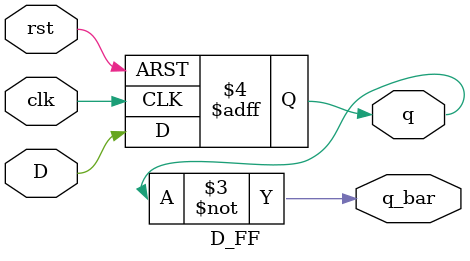
<source format=v>
module D_FF(q, q_bar, clk, rst, D);

input clk, rst, D;
output reg q;
output reg q_bar;
always@(posedge clk or posedge rst)
begin 
	if(rst)
		begin
			q <= 1'b0;
		end 
	else 
		begin q <= D;
	end
end 
always @*q_bar=~q;
endmodule 
</source>
